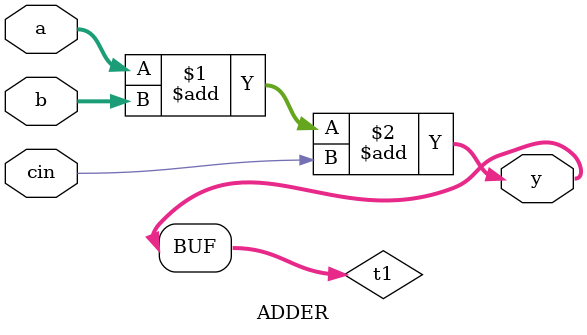
<source format=v>
`timescale 1ns / 1ps
module ADDER(a, b, cin, y);
    input [7:0] a;
    input [7:0] b;
    input cin;
    output [7:0] y;
wire [7:0] t1;
assign t1 = a + b+ cin;
assign y = t1;

endmodule

</source>
